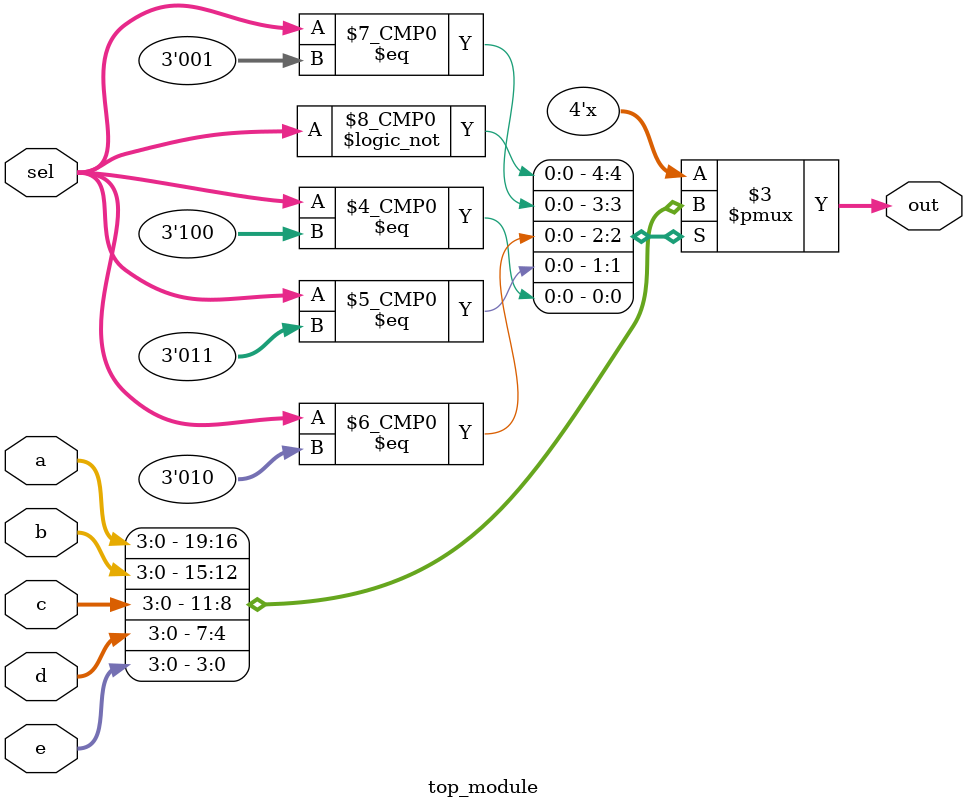
<source format=v>
`timescale 1ns/1ns

module top_module( 
    input [3:0] a, b, c, d, e, 
    input [2:0] sel,
    output reg [3:0] out );
    always @(*)
    begin
    case(sel)
    0: out=a;
    1: out=b;
    2: out=c;
    3: out=d;
    4: out=e;
    endcase
    end
endmodule

</source>
